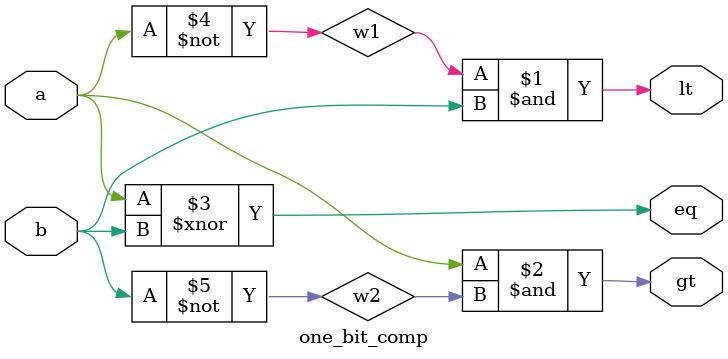
<source format=v>
`timescale 1ns / 1ps
module four_bit_using_one_bit_comp(a,b,lt,eq,gt);
    input [3:0] a,b;
    output lt,eq,gt;

	wire [18:1]w;
	
	one_bit_comp c1(a[3],b[3],w[1],w[2],w[3]);
	one_bit_comp c2(a[2],b[2],w[4],w[5],w[6]);
	one_bit_comp c3(a[1],b[1],w[7],w[8],w[9]);
	one_bit_comp c4(a[0],b[0],w[10],w[11],w[12]);
	
	and a1(w[13],w[4],w[2]);
	and a2(w[14],w[2],w[6]);
	and a3(w[15],w[2],w[7],w[5]);
	and a4(w[16],w[2],w[9],w[5]);
	and a5(w[17],w[2],w[10],w[5],w[8]);
	and a6(w[18],w[12],w[2],w[5],w[8]);
	
	assign lt = w[1] | w[13] | w[15] | w[17];
	assign gt = w[3] | w[14] | w[16] | w[18];
	assign eq = w[2] & w[5] & w[11] & w[8];
	

endmodule


module one_bit_comp(a,b,lt,eq,gt);
	input a,b;
	output lt,gt,eq;
	
	wire w1,w2;
	
	not n1(w1,a);
	not n2(w2,b);
	
	assign lt = (w1&b);
	assign gt = (a&w2);
	assign eq = a ^~ b;
	
endmodule

</source>
